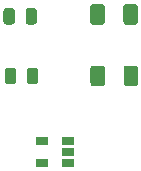
<source format=gbr>
%TF.GenerationSoftware,KiCad,Pcbnew,5.1.6-c6e7f7d~87~ubuntu20.04.1*%
%TF.CreationDate,2022-02-26T19:36:22+01:00*%
%TF.ProjectId,pick_n_place_head,7069636b-5f6e-45f7-906c-6163655f6865,rev?*%
%TF.SameCoordinates,PX5f36538PY5a45498*%
%TF.FileFunction,Paste,Top*%
%TF.FilePolarity,Positive*%
%FSLAX46Y46*%
G04 Gerber Fmt 4.6, Leading zero omitted, Abs format (unit mm)*
G04 Created by KiCad (PCBNEW 5.1.6-c6e7f7d~87~ubuntu20.04.1) date 2022-02-26 19:36:22*
%MOMM*%
%LPD*%
G01*
G04 APERTURE LIST*
%ADD10R,1.060000X0.650000*%
G04 APERTURE END LIST*
%TO.C,blue1*%
G36*
G01*
X44901760Y25202040D02*
X44901760Y23952040D01*
G75*
G02*
X44651760Y23702040I-250000J0D01*
G01*
X43901760Y23702040D01*
G75*
G02*
X43651760Y23952040I0J250000D01*
G01*
X43651760Y25202040D01*
G75*
G02*
X43901760Y25452040I250000J0D01*
G01*
X44651760Y25452040D01*
G75*
G02*
X44901760Y25202040I0J-250000D01*
G01*
G37*
G36*
G01*
X47701760Y25202040D02*
X47701760Y23952040D01*
G75*
G02*
X47451760Y23702040I-250000J0D01*
G01*
X46701760Y23702040D01*
G75*
G02*
X46451760Y23952040I0J250000D01*
G01*
X46451760Y25202040D01*
G75*
G02*
X46701760Y25452040I250000J0D01*
G01*
X47451760Y25452040D01*
G75*
G02*
X47701760Y25202040I0J-250000D01*
G01*
G37*
%TD*%
%TO.C,green1*%
G36*
G01*
X47678760Y30409040D02*
X47678760Y29159040D01*
G75*
G02*
X47428760Y28909040I-250000J0D01*
G01*
X46678760Y28909040D01*
G75*
G02*
X46428760Y29159040I0J250000D01*
G01*
X46428760Y30409040D01*
G75*
G02*
X46678760Y30659040I250000J0D01*
G01*
X47428760Y30659040D01*
G75*
G02*
X47678760Y30409040I0J-250000D01*
G01*
G37*
G36*
G01*
X44878760Y30409040D02*
X44878760Y29159040D01*
G75*
G02*
X44628760Y28909040I-250000J0D01*
G01*
X43878760Y28909040D01*
G75*
G02*
X43628760Y29159040I0J250000D01*
G01*
X43628760Y30409040D01*
G75*
G02*
X43878760Y30659040I250000J0D01*
G01*
X44628760Y30659040D01*
G75*
G02*
X44878760Y30409040I0J-250000D01*
G01*
G37*
%TD*%
%TO.C,R1*%
G36*
G01*
X38257760Y24120790D02*
X38257760Y25033290D01*
G75*
G02*
X38501510Y25277040I243750J0D01*
G01*
X38989010Y25277040D01*
G75*
G02*
X39232760Y25033290I0J-243750D01*
G01*
X39232760Y24120790D01*
G75*
G02*
X38989010Y23877040I-243750J0D01*
G01*
X38501510Y23877040D01*
G75*
G02*
X38257760Y24120790I0J243750D01*
G01*
G37*
G36*
G01*
X36382760Y24120790D02*
X36382760Y25033290D01*
G75*
G02*
X36626510Y25277040I243750J0D01*
G01*
X37114010Y25277040D01*
G75*
G02*
X37357760Y25033290I0J-243750D01*
G01*
X37357760Y24120790D01*
G75*
G02*
X37114010Y23877040I-243750J0D01*
G01*
X36626510Y23877040D01*
G75*
G02*
X36382760Y24120790I0J243750D01*
G01*
G37*
%TD*%
%TO.C,R2*%
G36*
G01*
X36278760Y29175390D02*
X36278760Y30087890D01*
G75*
G02*
X36522510Y30331640I243750J0D01*
G01*
X37010010Y30331640D01*
G75*
G02*
X37253760Y30087890I0J-243750D01*
G01*
X37253760Y29175390D01*
G75*
G02*
X37010010Y28931640I-243750J0D01*
G01*
X36522510Y28931640D01*
G75*
G02*
X36278760Y29175390I0J243750D01*
G01*
G37*
G36*
G01*
X38153760Y29175390D02*
X38153760Y30087890D01*
G75*
G02*
X38397510Y30331640I243750J0D01*
G01*
X38885010Y30331640D01*
G75*
G02*
X39128760Y30087890I0J-243750D01*
G01*
X39128760Y29175390D01*
G75*
G02*
X38885010Y28931640I-243750J0D01*
G01*
X38397510Y28931640D01*
G75*
G02*
X38153760Y29175390I0J243750D01*
G01*
G37*
%TD*%
D10*
%TO.C,U1*%
X41775760Y17200840D03*
X41775760Y18150840D03*
X41775760Y19100840D03*
X39575760Y19100840D03*
X39575760Y17200840D03*
%TD*%
M02*

</source>
